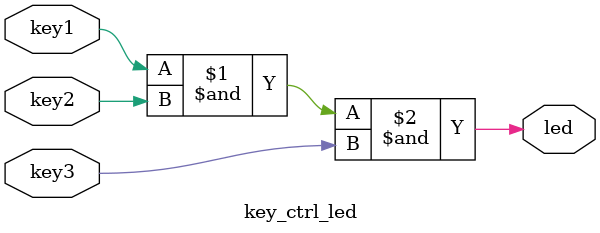
<source format=v>
module key_ctrl_led (
input wire key1,
input wire key2,
input wire key3,
output wire led
	);
//1&1=1
assign  led=key1&key2&key3;

endmodule



</source>
